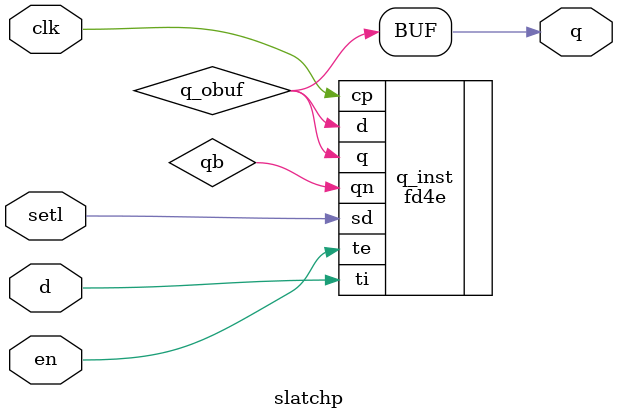
<source format=v>
`include "defs.v"

module slatchp
(
	output q,
	input d,
	input clk,
	input en,
	input setl
);
wire qb;

// Output buffers
wire q_obuf;


// Output buffers
assign q = q_obuf;


// LEGO.NET (64) - q : fd4e
fd4e q_inst
(
	.q /* OUT */ (q_obuf),
	.qn /* OUT */ (qb),
	.d /* IN */ (q_obuf),
	.cp /* IN */ (clk),
	.sd /* IN */ (setl),
	.ti /* IN */ (d),
	.te /* IN */ (en)
);

// LEGO.NET (65) - dummy : dummy
endmodule

</source>
